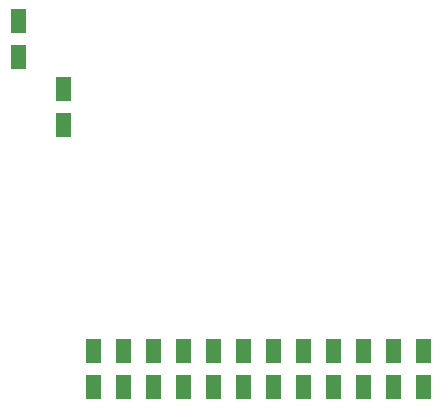
<source format=gbr>
G04 start of page 9 for group -4015 idx -4015 *
G04 Title: (unknown), toppaste *
G04 Creator: pcb 20140316 *
G04 CreationDate: Wed 25 Jul 2018 01:27:56 PM GMT UTC *
G04 For: thomasc *
G04 Format: Gerber/RS-274X *
G04 PCB-Dimensions (mil): 2500.00 3000.00 *
G04 PCB-Coordinate-Origin: lower left *
%MOIN*%
%FSLAX25Y25*%
%LNTOPPASTE*%
%ADD42R,0.0500X0.0500*%
G54D42*X200000Y93000D02*Y90000D01*
Y105000D02*Y102000D01*
X190000Y93000D02*Y90000D01*
Y105000D02*Y102000D01*
X180000Y93000D02*Y90000D01*
Y105000D02*Y102000D01*
X170000Y93000D02*Y90000D01*
Y105000D02*Y102000D01*
X160000Y93000D02*Y90000D01*
Y105000D02*Y102000D01*
X150000Y93000D02*Y90000D01*
Y105000D02*Y102000D01*
X140000Y93000D02*Y90000D01*
Y105000D02*Y102000D01*
X130000Y93000D02*Y90000D01*
Y105000D02*Y102000D01*
X120000Y93000D02*Y90000D01*
Y105000D02*Y102000D01*
X110000Y93000D02*Y90000D01*
Y105000D02*Y102000D01*
X100000Y93000D02*Y90000D01*
Y105000D02*Y102000D01*
X90000Y93000D02*Y90000D01*
Y105000D02*Y102000D01*
X65000Y203000D02*Y200000D01*
Y215000D02*Y212000D01*
X80000Y180500D02*Y177500D01*
Y192500D02*Y189500D01*
M02*

</source>
